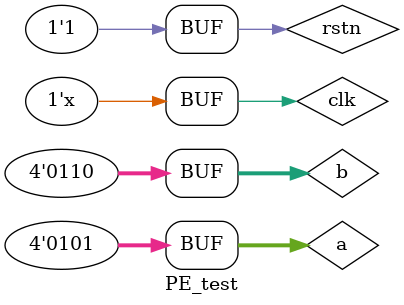
<source format=v>
`timescale 1ns / 1ps


module PE_test();
reg clk =0;
wire [79:0] answer;
reg [3:0] a = 4'd5;
reg [3:0] b = 4'd6;
wire [3:0] a_last;
wire [3:0] b_last;
reg rstn = 1;
always #1 clk=~clk;

PE PE(.a(a),.b(b),.a_last(a_last),.b_last(b_last),.res(answer),.clk(clk),.rstn(rstn));
endmodule

</source>
